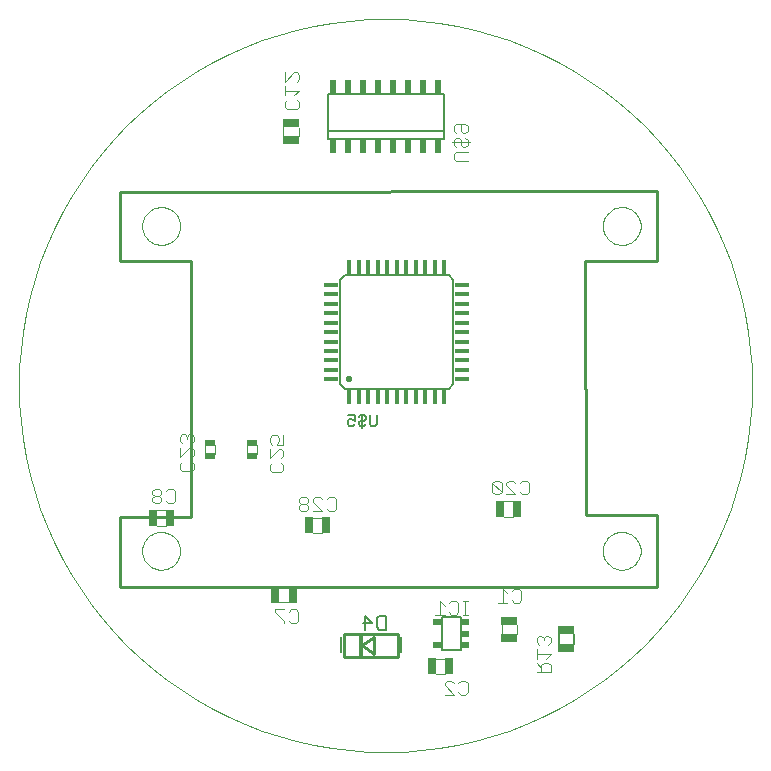
<source format=gto>
G75*
G70*
%OFA0B0*%
%FSLAX24Y24*%
%IPPOS*%
%LPD*%
%AMOC8*
5,1,8,0,0,1.08239X$1,22.5*
%
%ADD10C,0.0100*%
%ADD11C,0.0000*%
%ADD12C,0.0039*%
%ADD13C,0.0060*%
%ADD14R,0.0256X0.0197*%
%ADD15C,0.0040*%
%ADD16R,0.0571X0.0295*%
%ADD17R,0.0295X0.0571*%
%ADD18R,0.0551X0.0256*%
%ADD19C,0.0080*%
%ADD20R,0.0193X0.0500*%
%ADD21R,0.0374X0.0197*%
%ADD22C,0.0050*%
%ADD23C,0.0223*%
%ADD24R,0.0453X0.0157*%
%ADD25R,0.0453X0.0157*%
%ADD26R,0.0453X0.0158*%
%ADD27R,0.0157X0.0453*%
%ADD28R,0.0157X0.0453*%
%ADD29R,0.0158X0.0453*%
%ADD30R,0.0098X0.0531*%
%ADD31R,0.0118X0.0827*%
D10*
X003484Y005610D02*
X021397Y005610D01*
X021397Y008011D01*
X019035Y008011D01*
X018996Y016476D01*
X021397Y016476D01*
X021397Y018838D01*
X003484Y018799D01*
X003484Y016476D01*
X005846Y016476D01*
X005846Y007972D01*
X003484Y007972D01*
X003484Y005610D01*
X010960Y004063D02*
X010960Y003295D01*
X012771Y003295D01*
X012771Y004063D01*
X010960Y004063D01*
X011551Y003689D02*
X011964Y003964D01*
X011964Y003393D01*
X011551Y003689D01*
D11*
X004232Y006830D02*
X004234Y006880D01*
X004240Y006930D01*
X004250Y006979D01*
X004264Y007027D01*
X004281Y007074D01*
X004302Y007119D01*
X004327Y007163D01*
X004355Y007204D01*
X004387Y007243D01*
X004421Y007280D01*
X004458Y007314D01*
X004498Y007344D01*
X004540Y007371D01*
X004584Y007395D01*
X004630Y007416D01*
X004677Y007432D01*
X004725Y007445D01*
X004775Y007454D01*
X004824Y007459D01*
X004875Y007460D01*
X004925Y007457D01*
X004974Y007450D01*
X005023Y007439D01*
X005071Y007424D01*
X005117Y007406D01*
X005162Y007384D01*
X005205Y007358D01*
X005246Y007329D01*
X005285Y007297D01*
X005321Y007262D01*
X005353Y007224D01*
X005383Y007184D01*
X005410Y007141D01*
X005433Y007097D01*
X005452Y007051D01*
X005468Y007003D01*
X005480Y006954D01*
X005488Y006905D01*
X005492Y006855D01*
X005492Y006805D01*
X005488Y006755D01*
X005480Y006706D01*
X005468Y006657D01*
X005452Y006609D01*
X005433Y006563D01*
X005410Y006519D01*
X005383Y006476D01*
X005353Y006436D01*
X005321Y006398D01*
X005285Y006363D01*
X005246Y006331D01*
X005205Y006302D01*
X005162Y006276D01*
X005117Y006254D01*
X005071Y006236D01*
X005023Y006221D01*
X004974Y006210D01*
X004925Y006203D01*
X004875Y006200D01*
X004824Y006201D01*
X004775Y006206D01*
X004725Y006215D01*
X004677Y006228D01*
X004630Y006244D01*
X004584Y006265D01*
X004540Y006289D01*
X004498Y006316D01*
X004458Y006346D01*
X004421Y006380D01*
X004387Y006417D01*
X004355Y006456D01*
X004327Y006497D01*
X004302Y006541D01*
X004281Y006586D01*
X004264Y006633D01*
X004250Y006681D01*
X004240Y006730D01*
X004234Y006780D01*
X004232Y006830D01*
X004232Y017657D02*
X004234Y017707D01*
X004240Y017757D01*
X004250Y017806D01*
X004264Y017854D01*
X004281Y017901D01*
X004302Y017946D01*
X004327Y017990D01*
X004355Y018031D01*
X004387Y018070D01*
X004421Y018107D01*
X004458Y018141D01*
X004498Y018171D01*
X004540Y018198D01*
X004584Y018222D01*
X004630Y018243D01*
X004677Y018259D01*
X004725Y018272D01*
X004775Y018281D01*
X004824Y018286D01*
X004875Y018287D01*
X004925Y018284D01*
X004974Y018277D01*
X005023Y018266D01*
X005071Y018251D01*
X005117Y018233D01*
X005162Y018211D01*
X005205Y018185D01*
X005246Y018156D01*
X005285Y018124D01*
X005321Y018089D01*
X005353Y018051D01*
X005383Y018011D01*
X005410Y017968D01*
X005433Y017924D01*
X005452Y017878D01*
X005468Y017830D01*
X005480Y017781D01*
X005488Y017732D01*
X005492Y017682D01*
X005492Y017632D01*
X005488Y017582D01*
X005480Y017533D01*
X005468Y017484D01*
X005452Y017436D01*
X005433Y017390D01*
X005410Y017346D01*
X005383Y017303D01*
X005353Y017263D01*
X005321Y017225D01*
X005285Y017190D01*
X005246Y017158D01*
X005205Y017129D01*
X005162Y017103D01*
X005117Y017081D01*
X005071Y017063D01*
X005023Y017048D01*
X004974Y017037D01*
X004925Y017030D01*
X004875Y017027D01*
X004824Y017028D01*
X004775Y017033D01*
X004725Y017042D01*
X004677Y017055D01*
X004630Y017071D01*
X004584Y017092D01*
X004540Y017116D01*
X004498Y017143D01*
X004458Y017173D01*
X004421Y017207D01*
X004387Y017244D01*
X004355Y017283D01*
X004327Y017324D01*
X004302Y017368D01*
X004281Y017413D01*
X004264Y017460D01*
X004250Y017508D01*
X004240Y017557D01*
X004234Y017607D01*
X004232Y017657D01*
X019586Y017657D02*
X019588Y017707D01*
X019594Y017757D01*
X019604Y017806D01*
X019618Y017854D01*
X019635Y017901D01*
X019656Y017946D01*
X019681Y017990D01*
X019709Y018031D01*
X019741Y018070D01*
X019775Y018107D01*
X019812Y018141D01*
X019852Y018171D01*
X019894Y018198D01*
X019938Y018222D01*
X019984Y018243D01*
X020031Y018259D01*
X020079Y018272D01*
X020129Y018281D01*
X020178Y018286D01*
X020229Y018287D01*
X020279Y018284D01*
X020328Y018277D01*
X020377Y018266D01*
X020425Y018251D01*
X020471Y018233D01*
X020516Y018211D01*
X020559Y018185D01*
X020600Y018156D01*
X020639Y018124D01*
X020675Y018089D01*
X020707Y018051D01*
X020737Y018011D01*
X020764Y017968D01*
X020787Y017924D01*
X020806Y017878D01*
X020822Y017830D01*
X020834Y017781D01*
X020842Y017732D01*
X020846Y017682D01*
X020846Y017632D01*
X020842Y017582D01*
X020834Y017533D01*
X020822Y017484D01*
X020806Y017436D01*
X020787Y017390D01*
X020764Y017346D01*
X020737Y017303D01*
X020707Y017263D01*
X020675Y017225D01*
X020639Y017190D01*
X020600Y017158D01*
X020559Y017129D01*
X020516Y017103D01*
X020471Y017081D01*
X020425Y017063D01*
X020377Y017048D01*
X020328Y017037D01*
X020279Y017030D01*
X020229Y017027D01*
X020178Y017028D01*
X020129Y017033D01*
X020079Y017042D01*
X020031Y017055D01*
X019984Y017071D01*
X019938Y017092D01*
X019894Y017116D01*
X019852Y017143D01*
X019812Y017173D01*
X019775Y017207D01*
X019741Y017244D01*
X019709Y017283D01*
X019681Y017324D01*
X019656Y017368D01*
X019635Y017413D01*
X019618Y017460D01*
X019604Y017508D01*
X019594Y017557D01*
X019588Y017607D01*
X019586Y017657D01*
X019586Y006830D02*
X019588Y006880D01*
X019594Y006930D01*
X019604Y006979D01*
X019618Y007027D01*
X019635Y007074D01*
X019656Y007119D01*
X019681Y007163D01*
X019709Y007204D01*
X019741Y007243D01*
X019775Y007280D01*
X019812Y007314D01*
X019852Y007344D01*
X019894Y007371D01*
X019938Y007395D01*
X019984Y007416D01*
X020031Y007432D01*
X020079Y007445D01*
X020129Y007454D01*
X020178Y007459D01*
X020229Y007460D01*
X020279Y007457D01*
X020328Y007450D01*
X020377Y007439D01*
X020425Y007424D01*
X020471Y007406D01*
X020516Y007384D01*
X020559Y007358D01*
X020600Y007329D01*
X020639Y007297D01*
X020675Y007262D01*
X020707Y007224D01*
X020737Y007184D01*
X020764Y007141D01*
X020787Y007097D01*
X020806Y007051D01*
X020822Y007003D01*
X020834Y006954D01*
X020842Y006905D01*
X020846Y006855D01*
X020846Y006805D01*
X020842Y006755D01*
X020834Y006706D01*
X020822Y006657D01*
X020806Y006609D01*
X020787Y006563D01*
X020764Y006519D01*
X020737Y006476D01*
X020707Y006436D01*
X020675Y006398D01*
X020639Y006363D01*
X020600Y006331D01*
X020559Y006302D01*
X020516Y006276D01*
X020471Y006254D01*
X020425Y006236D01*
X020377Y006221D01*
X020328Y006210D01*
X020279Y006203D01*
X020229Y006200D01*
X020178Y006201D01*
X020129Y006206D01*
X020079Y006215D01*
X020031Y006228D01*
X019984Y006244D01*
X019938Y006265D01*
X019894Y006289D01*
X019852Y006316D01*
X019812Y006346D01*
X019775Y006380D01*
X019741Y006417D01*
X019709Y006456D01*
X019681Y006497D01*
X019656Y006541D01*
X019635Y006586D01*
X019618Y006633D01*
X019604Y006681D01*
X019594Y006730D01*
X019588Y006780D01*
X019586Y006830D01*
D12*
X000123Y012342D02*
X000138Y012942D01*
X000182Y013540D01*
X000255Y014135D01*
X000358Y014726D01*
X000489Y015311D01*
X000649Y015889D01*
X000837Y016458D01*
X001053Y017018D01*
X001296Y017566D01*
X001566Y018102D01*
X001861Y018624D01*
X002182Y019131D01*
X002528Y019621D01*
X002897Y020094D01*
X003288Y020548D01*
X003702Y020982D01*
X004136Y021396D01*
X004590Y021787D01*
X005063Y022156D01*
X005553Y022502D01*
X006060Y022823D01*
X006582Y023118D01*
X007118Y023388D01*
X007666Y023631D01*
X008226Y023847D01*
X008795Y024035D01*
X009373Y024195D01*
X009958Y024326D01*
X010549Y024429D01*
X011144Y024502D01*
X011742Y024546D01*
X012342Y024561D01*
X012942Y024546D01*
X013540Y024502D01*
X014135Y024429D01*
X014726Y024326D01*
X015311Y024195D01*
X015889Y024035D01*
X016458Y023847D01*
X017018Y023631D01*
X017566Y023388D01*
X018102Y023118D01*
X018624Y022823D01*
X019131Y022502D01*
X019621Y022156D01*
X020094Y021787D01*
X020548Y021396D01*
X020982Y020982D01*
X021396Y020548D01*
X021787Y020094D01*
X022156Y019621D01*
X022502Y019131D01*
X022823Y018624D01*
X023118Y018102D01*
X023388Y017566D01*
X023631Y017018D01*
X023847Y016458D01*
X024035Y015889D01*
X024195Y015311D01*
X024326Y014726D01*
X024429Y014135D01*
X024502Y013540D01*
X024546Y012942D01*
X024561Y012342D01*
X024546Y011742D01*
X024502Y011144D01*
X024429Y010549D01*
X024326Y009958D01*
X024195Y009373D01*
X024035Y008795D01*
X023847Y008226D01*
X023631Y007666D01*
X023388Y007118D01*
X023118Y006582D01*
X022823Y006060D01*
X022502Y005553D01*
X022156Y005063D01*
X021787Y004590D01*
X021396Y004136D01*
X020982Y003702D01*
X020548Y003288D01*
X020094Y002897D01*
X019621Y002528D01*
X019131Y002182D01*
X018624Y001861D01*
X018102Y001566D01*
X017566Y001296D01*
X017018Y001053D01*
X016458Y000837D01*
X015889Y000649D01*
X015311Y000489D01*
X014726Y000358D01*
X014135Y000255D01*
X013540Y000182D01*
X012942Y000138D01*
X012342Y000123D01*
X011742Y000138D01*
X011144Y000182D01*
X010549Y000255D01*
X009958Y000358D01*
X009373Y000489D01*
X008795Y000649D01*
X008226Y000837D01*
X007666Y001053D01*
X007118Y001296D01*
X006582Y001566D01*
X006060Y001861D01*
X005553Y002182D01*
X005063Y002528D01*
X004590Y002897D01*
X004136Y003288D01*
X003702Y003702D01*
X003288Y004136D01*
X002897Y004590D01*
X002528Y005063D01*
X002182Y005553D01*
X001861Y006060D01*
X001566Y006582D01*
X001296Y007118D01*
X001053Y007666D01*
X000837Y008226D01*
X000649Y008795D01*
X000489Y009373D01*
X000358Y009958D01*
X000255Y010549D01*
X000182Y011144D01*
X000138Y011742D01*
X000123Y012342D01*
D13*
X014216Y004630D02*
X014216Y003511D01*
X014216Y003548D01*
X014216Y003511D02*
X014854Y003511D01*
X014854Y003548D01*
X014854Y003511D02*
X014854Y004630D01*
X014854Y004593D01*
X014854Y004630D02*
X014216Y004630D01*
X014216Y004593D01*
X014216Y004276D02*
X014216Y003865D01*
X014854Y003865D02*
X014854Y003902D01*
X014854Y004239D02*
X014854Y004276D01*
X018112Y004051D02*
X018112Y003728D01*
X018612Y003728D02*
X018612Y004051D01*
D14*
X014998Y004070D03*
X014998Y003696D03*
X014072Y003696D03*
X014072Y004444D03*
X014998Y004444D03*
D15*
X014999Y004699D02*
X014999Y005159D01*
X014923Y005159D02*
X015076Y005159D01*
X015076Y004699D02*
X014923Y004699D01*
X014769Y004775D02*
X014769Y005082D01*
X014692Y005159D01*
X014539Y005159D01*
X014462Y005082D01*
X014309Y005006D02*
X014155Y005159D01*
X014155Y004699D01*
X014002Y004699D02*
X014309Y004699D01*
X014462Y004775D02*
X014539Y004699D01*
X014692Y004699D01*
X014769Y004775D01*
X016094Y005102D02*
X016401Y005102D01*
X016248Y005102D02*
X016248Y005563D01*
X016401Y005409D01*
X016555Y005486D02*
X016631Y005563D01*
X016785Y005563D01*
X016861Y005486D01*
X016861Y005179D01*
X016785Y005102D01*
X016631Y005102D01*
X016555Y005179D01*
X016732Y004364D02*
X016732Y004074D01*
X016212Y004074D02*
X016212Y004374D01*
X017382Y003929D02*
X017382Y003776D01*
X017458Y003699D01*
X017382Y003545D02*
X017382Y003239D01*
X017382Y003392D02*
X017842Y003392D01*
X017689Y003239D01*
X017765Y003085D02*
X017612Y003085D01*
X017535Y003008D01*
X017535Y002778D01*
X017382Y002778D02*
X017842Y002778D01*
X017842Y003008D01*
X017765Y003085D01*
X017535Y002932D02*
X017382Y003085D01*
X017765Y003699D02*
X017842Y003776D01*
X017842Y003929D01*
X017765Y004006D01*
X017689Y004006D01*
X017612Y003929D01*
X017535Y004006D01*
X017458Y004006D01*
X017382Y003929D01*
X017612Y003929D02*
X017612Y003852D01*
X015077Y002419D02*
X015077Y002112D01*
X015001Y002035D01*
X014847Y002035D01*
X014771Y002112D01*
X014617Y002035D02*
X014310Y002342D01*
X014310Y002419D01*
X014387Y002496D01*
X014540Y002496D01*
X014617Y002419D01*
X014771Y002419D02*
X014847Y002496D01*
X015001Y002496D01*
X015077Y002419D01*
X014617Y002035D02*
X014310Y002035D01*
X014315Y002716D02*
X014015Y002716D01*
X014025Y003236D02*
X014315Y003236D01*
X010230Y007421D02*
X009940Y007421D01*
X009940Y007940D02*
X010240Y007940D01*
X010228Y008161D02*
X009921Y008161D01*
X009767Y008238D02*
X009767Y008315D01*
X009691Y008391D01*
X009537Y008391D01*
X009461Y008315D01*
X009461Y008238D01*
X009537Y008161D01*
X009691Y008161D01*
X009767Y008238D01*
X009691Y008391D02*
X009767Y008468D01*
X009767Y008545D01*
X009691Y008622D01*
X009537Y008622D01*
X009461Y008545D01*
X009461Y008468D01*
X009537Y008391D01*
X009921Y008468D02*
X009921Y008545D01*
X009998Y008622D01*
X010151Y008622D01*
X010228Y008545D01*
X010381Y008545D02*
X010458Y008622D01*
X010611Y008622D01*
X010688Y008545D01*
X010688Y008238D01*
X010611Y008161D01*
X010458Y008161D01*
X010381Y008238D01*
X010228Y008161D02*
X009921Y008468D01*
X008939Y009528D02*
X008862Y009451D01*
X008555Y009451D01*
X008478Y009528D01*
X008478Y009682D01*
X008555Y009758D01*
X008478Y009912D02*
X008785Y010219D01*
X008862Y010219D01*
X008939Y010142D01*
X008939Y009988D01*
X008862Y009912D01*
X008862Y009758D02*
X008939Y009682D01*
X008939Y009528D01*
X008478Y009912D02*
X008478Y010219D01*
X008555Y010372D02*
X008478Y010449D01*
X008478Y010602D01*
X008555Y010679D01*
X008708Y010679D01*
X008785Y010602D01*
X008785Y010526D01*
X008708Y010372D01*
X008939Y010372D01*
X008939Y010679D01*
X008074Y010348D02*
X008074Y010068D01*
X007739Y010068D02*
X007739Y010348D01*
X006664Y010344D02*
X006664Y010064D01*
X006329Y010064D02*
X006329Y010344D01*
X005954Y010484D02*
X005954Y010638D01*
X005878Y010714D01*
X005801Y010714D01*
X005724Y010638D01*
X005647Y010714D01*
X005571Y010714D01*
X005494Y010638D01*
X005494Y010484D01*
X005571Y010408D01*
X005494Y010254D02*
X005494Y009947D01*
X005801Y010254D01*
X005878Y010254D01*
X005954Y010177D01*
X005954Y010024D01*
X005878Y009947D01*
X005878Y009794D02*
X005954Y009717D01*
X005954Y009564D01*
X005878Y009487D01*
X005571Y009487D01*
X005494Y009564D01*
X005494Y009717D01*
X005571Y009794D01*
X005878Y010408D02*
X005954Y010484D01*
X005724Y010561D02*
X005724Y010638D01*
X005257Y008891D02*
X005104Y008891D01*
X005027Y008814D01*
X004873Y008814D02*
X004797Y008891D01*
X004643Y008891D01*
X004566Y008814D01*
X004566Y008737D01*
X004643Y008661D01*
X004797Y008661D01*
X004873Y008737D01*
X004873Y008814D01*
X004797Y008661D02*
X004873Y008584D01*
X004873Y008507D01*
X004797Y008431D01*
X004643Y008431D01*
X004566Y008507D01*
X004566Y008584D01*
X004643Y008661D01*
X005027Y008507D02*
X005104Y008431D01*
X005257Y008431D01*
X005334Y008507D01*
X005334Y008814D01*
X005257Y008891D01*
X005012Y008192D02*
X004722Y008192D01*
X004712Y007673D02*
X005012Y007673D01*
X008816Y005633D02*
X009106Y005633D01*
X009106Y005114D02*
X008806Y005114D01*
X008661Y004875D02*
X008661Y004798D01*
X008968Y004491D01*
X008968Y004415D01*
X009121Y004491D02*
X009198Y004415D01*
X009352Y004415D01*
X009428Y004491D01*
X009428Y004798D01*
X009352Y004875D01*
X009198Y004875D01*
X009121Y004798D01*
X008968Y004875D02*
X008661Y004875D01*
X015905Y008785D02*
X015981Y008709D01*
X016135Y008709D01*
X016212Y008785D01*
X015905Y009092D01*
X015905Y008785D01*
X016212Y008785D02*
X016212Y009092D01*
X016135Y009169D01*
X015981Y009169D01*
X015905Y009092D01*
X016365Y009092D02*
X016442Y009169D01*
X016595Y009169D01*
X016672Y009092D01*
X016825Y009092D02*
X016902Y009169D01*
X017056Y009169D01*
X017132Y009092D01*
X017132Y008785D01*
X017056Y008709D01*
X016902Y008709D01*
X016825Y008785D01*
X016672Y008709D02*
X016365Y009015D01*
X016365Y009092D01*
X016365Y008709D02*
X016672Y008709D01*
X016579Y008492D02*
X016289Y008492D01*
X016279Y007972D02*
X016579Y007972D01*
X015084Y019831D02*
X014701Y019831D01*
X014624Y019907D01*
X014624Y020061D01*
X014701Y020137D01*
X015084Y020137D01*
X015007Y020291D02*
X015084Y020368D01*
X015084Y020521D01*
X015007Y020598D01*
X015007Y020751D02*
X014931Y020751D01*
X014854Y020828D01*
X014854Y021058D01*
X015007Y021058D02*
X015084Y020981D01*
X015084Y020828D01*
X015007Y020751D01*
X014777Y020598D02*
X014854Y020521D01*
X014854Y020368D01*
X014931Y020291D01*
X015007Y020291D01*
X015161Y020444D02*
X014547Y020444D01*
X014624Y020368D02*
X014624Y020521D01*
X014701Y020598D01*
X014777Y020598D01*
X014701Y020751D02*
X014624Y020828D01*
X014624Y020981D01*
X014701Y021058D01*
X015007Y021058D01*
X014624Y020368D02*
X014701Y020291D01*
X009448Y020649D02*
X009448Y020939D01*
X008929Y020949D02*
X008929Y020649D01*
X009073Y021552D02*
X008996Y021628D01*
X008996Y021782D01*
X009073Y021859D01*
X008996Y022012D02*
X008996Y022319D01*
X008996Y022166D02*
X009456Y022166D01*
X009303Y022012D01*
X009380Y021859D02*
X009456Y021782D01*
X009456Y021628D01*
X009380Y021552D01*
X009073Y021552D01*
X008996Y022472D02*
X009303Y022779D01*
X009380Y022779D01*
X009456Y022703D01*
X009456Y022549D01*
X009380Y022472D01*
X008996Y022472D02*
X008996Y022779D01*
D16*
X009188Y021081D03*
X009188Y020511D03*
X016471Y004506D03*
X016472Y003936D03*
D17*
X014453Y002975D03*
X013883Y002975D03*
X009244Y005373D03*
X008674Y005373D03*
X009802Y007681D03*
X010372Y007681D03*
X005149Y007932D03*
X004579Y007932D03*
X016146Y008231D03*
X016716Y008231D03*
D18*
X018361Y004181D03*
X018361Y003601D03*
D19*
X014448Y012232D02*
X010984Y012232D01*
X010826Y012389D01*
X010826Y015854D01*
X010984Y016011D01*
X014448Y016011D01*
X014606Y015854D01*
X014606Y012389D01*
X014448Y012232D01*
X014279Y020563D02*
X010429Y020563D01*
X010429Y022059D01*
X014279Y022059D01*
X014279Y020563D01*
X014259Y020809D02*
X010448Y020809D01*
D20*
X010604Y020332D03*
X011104Y020332D03*
X011604Y020332D03*
X012104Y020332D03*
X012604Y020332D03*
X013104Y020332D03*
X013604Y020332D03*
X014104Y020332D03*
X014104Y022289D03*
X013604Y022289D03*
X013104Y022289D03*
X012604Y022289D03*
X012104Y022289D03*
X011604Y022289D03*
X011104Y022289D03*
X010604Y022289D03*
D21*
X007907Y010440D03*
X007907Y009980D03*
X006498Y009976D03*
X006497Y010436D03*
D22*
X011076Y011055D02*
X011134Y010997D01*
X011251Y010997D01*
X011309Y011055D01*
X011309Y011172D02*
X011193Y011230D01*
X011134Y011230D01*
X011076Y011172D01*
X011076Y011055D01*
X011309Y011172D02*
X011309Y011347D01*
X011076Y011347D01*
X011444Y011288D02*
X011503Y011347D01*
X011619Y011347D01*
X011678Y011288D01*
X011678Y011230D01*
X011619Y011172D01*
X011503Y011172D01*
X011444Y011113D01*
X011444Y011055D01*
X011503Y010997D01*
X011619Y010997D01*
X011678Y011055D01*
X011812Y011055D02*
X011812Y011347D01*
X012046Y011347D02*
X012046Y011055D01*
X011988Y010997D01*
X011871Y010997D01*
X011812Y011055D01*
X011561Y010938D02*
X011561Y011405D01*
X011666Y004654D02*
X011892Y004428D01*
X011591Y004428D01*
X011666Y004203D02*
X011666Y004654D01*
X012052Y004579D02*
X012052Y004278D01*
X012127Y004203D01*
X012352Y004203D01*
X012352Y004654D01*
X012127Y004654D01*
X012052Y004579D01*
D23*
X011141Y012547D03*
D24*
X010541Y012547D03*
X010541Y014122D03*
X010541Y015696D03*
X014891Y015696D03*
X014891Y014122D03*
X014891Y012547D03*
D25*
X014891Y012862D03*
X014891Y013177D03*
X014891Y015066D03*
X014891Y015381D03*
X010541Y015381D03*
X010541Y015066D03*
X010541Y013177D03*
X010541Y012862D03*
D26*
X010541Y013492D03*
X010541Y013807D03*
X010541Y014436D03*
X010541Y014751D03*
X014891Y014751D03*
X014891Y014436D03*
X014891Y013807D03*
X014891Y013492D03*
D27*
X014291Y011946D03*
X012716Y011946D03*
X011141Y011946D03*
X011141Y016297D03*
X012716Y016297D03*
X014291Y016297D03*
D28*
X013976Y016297D03*
X013661Y016297D03*
X011771Y016297D03*
X011456Y016297D03*
X011456Y011946D03*
X011771Y011946D03*
X013661Y011946D03*
X013976Y011946D03*
D29*
X013346Y011946D03*
X013031Y011946D03*
X012401Y011946D03*
X012086Y011946D03*
X012086Y016297D03*
X012401Y016297D03*
X013031Y016297D03*
X013346Y016297D03*
D30*
X012860Y003698D03*
X010872Y003698D03*
D31*
X011531Y003689D03*
M02*

</source>
